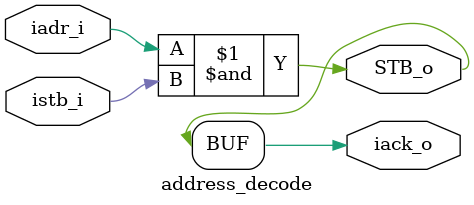
<source format=v>
`timescale 1ns / 1ps

module address_decode(
	// Processor-side control
	input	iadr_i,
	input	istb_i,
	output	iack_o,

	// ROM-side control
	output	STB_o
);

	// For our example, we're just going to decode address bit A12.
	// If it's high, then we assume we're accessing ROM.
	// The ROM is asynchronous, so we just tie iack_o directly to the
	// the strobe pin.
	assign STB_o = iadr_i & istb_i;
	assign iack_o = STB_o;

	// We don't have any RAM resources to access, but if we did,
	// we would decode them here as well.
endmodule

</source>
